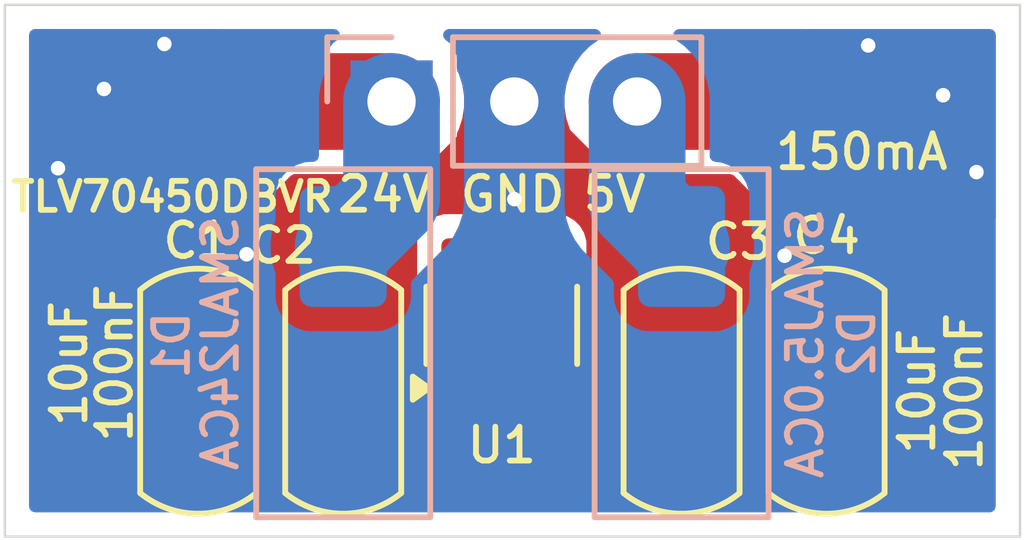
<source format=kicad_pcb>
(kicad_pcb (version 20241229) (generator "pcbnew") (generator_version "9.0")
  (layers (0 "F.Cu" signal) (2 "B.Cu" signal) (13 "F.Paste" user) (15 "B.Paste" user) (5 "F.SilkS" user "F.Silkscreen") (7 "B.SilkS" user "B.Silkscreen") (1 "F.Mask" user) (3 "B.Mask" user) (25 "Edge.Cuts" user))
  (net 0 "")
  (net 1 "GND")
  (net 2 "+24V")
  (net 3 "+5V")
  (footprint "Package_TO_SOT_SMD:SOT-23-5" (layer "F.Cu") (at 111.28 136.63 90)
    (property "Reference" "U1" (at -2.48 0 180) (layer "F.SilkS") (effects (font (size 0.7 0.7) (thickness 0.12))))
    (property "Value" "TLV70450DBVR" (at 2.66 -6.82 180) (layer "F.SilkS") (effects (font (size 0.6 0.6) (thickness 0.12))))
    (fp_line (start 0 -1.560001) (end 0.8 -1.56) (stroke (width 0.12)) (layer "F.SilkS"))
    (fp_line (start 0 -1.560001) (end -0.8 -1.56) (stroke (width 0.12)) (layer "F.SilkS"))
    (fp_line (start 0 1.560001) (end 0.8 1.56) (stroke (width 0.12)) (layer "F.SilkS"))
    (fp_line (start 0 1.560001) (end -0.8 1.56) (stroke (width 0.12)) (layer "F.SilkS"))
    (fp_poly (pts (xy -1.3 -1.51) (xy -1.54 -1.84) (xy -1.06 -1.84) (xy -1.3 -1.51)) (stroke (width 0.12)) (fill yes) (layer "F.SilkS"))
    (pad "1" smd roundrect (at -1.1375 -0.949999 90) (size 1.325 0.6) (layers "F.Cu" "F.Mask" "F.Paste") (net 1 "GND"))
    (pad "2" smd roundrect (at -1.1375 0 90) (size 1.325 0.6) (layers "F.Cu" "F.Mask" "F.Paste") (net 2 "+24V"))
    (pad "3" smd roundrect (at -1.1375 0.949999 90) (size 1.325 0.6) (layers "F.Cu" "F.Mask" "F.Paste") (net 3 "+5V"))
    (pad "4" smd roundrect (at 1.1375 0.949999 90) (size 1.325 0.6) (layers "F.Cu" "F.Mask" "F.Paste"))
    (pad "5" smd roundrect (at 1.1375 -0.949999 90) (size 1.325 0.6) (layers "F.Cu" "F.Mask" "F.Paste"))
  )
  (footprint "PCM_Capacitor_SMD_AKL:C_1206_3216Metric" (layer "F.Cu") (at 105 138 90)
    (property "Reference" "C1" (at 3.12 -0.03 180) (layer "F.SilkS") (effects (font (size 0.7 0.7) (thickness 0.12))))
    (property "Value" "10uF" (at 0.58 -2.67 90) (layer "F.SilkS") (effects (font (size 0.7 0.7) (thickness 0.12))))
    (fp_line (start 2.1 -1.2) (end -2.1 -1.2) (stroke (width 0.12)) (layer "F.SilkS"))
    (fp_line (start -2.1 1.2) (end 2.1 1.2) (stroke (width 0.12)) (layer "F.SilkS"))
    (fp_arc (start 2.1 -1.2) (mid 2.541963 0) (end 2.1 1.2) (stroke (width 0.12)) (layer "F.SilkS"))
    (fp_arc (start -2.1 1.2) (mid -2.526625 0) (end -2.1 -1.2) (stroke (width 0.12)) (layer "F.SilkS"))
    (pad "1" smd roundrect (at -1.475001 0 90) (size 1.15 1.8) (layers "F.Cu" "F.Mask" "F.Paste") (roundrect_rratio 0.217391) (net 2 "+24V"))
    (pad "2" smd roundrect (at 1.475001 0 90) (size 1.15 1.8) (layers "F.Cu" "F.Mask" "F.Paste") (roundrect_rratio 0.217391) (net 1 "GND"))
  )
  (footprint "PCM_Capacitor_SMD_AKL:C_1206_3216Metric" (layer "F.Cu") (at 108 138 90)
    (property "Reference" "C2" (at 3.02 -1.25 180) (layer "F.SilkS") (effects (font (size 0.7 0.7) (thickness 0.12))))
    (property "Value" "100nF" (at 0.59 -4.73 90) (layer "F.SilkS") (effects (font (size 0.7 0.7) (thickness 0.12))))
    (fp_line (start 2.1 -1.2) (end -2.1 -1.2) (stroke (width 0.12)) (layer "F.SilkS"))
    (fp_line (start -2.1 1.2) (end 2.1 1.2) (stroke (width 0.12)) (layer "F.SilkS"))
    (fp_arc (start 2.1 -1.2) (mid 2.541963 0) (end 2.1 1.2) (stroke (width 0.12)) (layer "F.SilkS"))
    (fp_arc (start -2.1 1.2) (mid -2.526625 0) (end -2.1 -1.2) (stroke (width 0.12)) (layer "F.SilkS"))
    (pad "1" smd roundrect (at -1.475001 0 90) (size 1.15 1.8) (layers "F.Cu" "F.Mask" "F.Paste") (roundrect_rratio 0.217391) (net 2 "+24V"))
    (pad "2" smd roundrect (at 1.475001 0 90) (size 1.15 1.8) (layers "F.Cu" "F.Mask" "F.Paste") (roundrect_rratio 0.217391) (net 1 "GND"))
  )
  (footprint "PCM_Capacitor_SMD_AKL:C_1206_3216Metric" (layer "F.Cu") (at 115 138 90)
    (property "Reference" "C3" (at 3.1 1.19 180) (layer "F.SilkS") (effects (font (size 0.7 0.7) (thickness 0.12))))
    (property "Value" "10uF" (at 0.007669 4.87 90) (layer "F.SilkS") (effects (font (size 0.7 0.7) (thickness 0.12))))
    (fp_line (start 2.1 -1.2) (end -2.1 -1.2) (stroke (width 0.12)) (layer "F.SilkS"))
    (fp_line (start -2.1 1.2) (end 2.1 1.2) (stroke (width 0.12)) (layer "F.SilkS"))
    (fp_arc (start 2.1 -1.2) (mid 2.541963 0) (end 2.1 1.2) (stroke (width 0.12)) (layer "F.SilkS"))
    (fp_arc (start -2.1 1.2) (mid -2.526625 0) (end -2.1 -1.2) (stroke (width 0.12)) (layer "F.SilkS"))
    (pad "1" smd roundrect (at -1.475001 0 90) (size 1.15 1.8) (layers "F.Cu" "F.Mask" "F.Paste") (roundrect_rratio 0.217391) (net 3 "+5V"))
    (pad "2" smd roundrect (at 1.475001 0 90) (size 1.15 1.8) (layers "F.Cu" "F.Mask" "F.Paste") (roundrect_rratio 0.217391) (net 1 "GND"))
  )
  (footprint "PCM_Capacitor_SMD_AKL:C_1206_3216Metric" (layer "F.Cu") (at 118 138 90)
    (property "Reference" "C4" (at 3.22 0 180) (layer "F.SilkS") (effects (font (size 0.7 0.7) (thickness 0.12))))
    (property "Value" "100nF" (at 0 2.85 90) (layer "F.SilkS") (effects (font (size 0.7 0.7) (thickness 0.12))))
    (fp_line (start 2.1 -1.2) (end -2.1 -1.2) (stroke (width 0.12)) (layer "F.SilkS"))
    (fp_line (start -2.1 1.2) (end 2.1 1.2) (stroke (width 0.12)) (layer "F.SilkS"))
    (fp_arc (start 2.1 -1.2) (mid 2.541963 0) (end 2.1 1.2) (stroke (width 0.12)) (layer "F.SilkS"))
    (fp_arc (start -2.1 1.2) (mid -2.526625 0) (end -2.1 -1.2) (stroke (width 0.12)) (layer "F.SilkS"))
    (pad "1" smd roundrect (at -1.475001 0 90) (size 1.15 1.8) (layers "F.Cu" "F.Mask" "F.Paste") (roundrect_rratio 0.217391) (net 3 "+5V"))
    (pad "2" smd roundrect (at 1.475001 0 90) (size 1.15 1.8) (layers "F.Cu" "F.Mask" "F.Paste") (roundrect_rratio 0.217391) (net 1 "GND"))
  )
  (footprint "PCM_Diode_SMD_AKL:D_SMA_TVS" (layer "B.Cu") (at 115 137 90)
    (property "Reference" "D2" (at 0 3.63 90) (layer "B.SilkS") (effects (font (size 0.7 0.7) (thickness 0.12)) (justify mirror)))
    (property "Value" "SMAJ5.0CA" (at 0 2.56 90) (layer "B.SilkS") (effects (font (size 0.7 0.7) (thickness 0.12)) (justify mirror)))
    (fp_line (start 3.6 -1.8) (end 3.6 1.8) (stroke (width 0.12)) (layer "B.SilkS"))
    (fp_line (start -3.6 -1.8) (end 3.6 -1.8) (stroke (width 0.12)) (layer "B.SilkS"))
    (fp_line (start 3.6 1.8) (end -3.6 1.8) (stroke (width 0.12)) (layer "B.SilkS"))
    (fp_line (start -3.6 1.8) (end -3.6 -1.8) (stroke (width 0.12)) (layer "B.SilkS"))
    (pad "1" smd roundrect (at -2 0 90) (size 2.5 1.8) (layers "B.Cu" "B.Mask" "B.Paste") (roundrect_rratio 0.1388888889) (net 1 "GND"))
    (pad "2" smd roundrect (at 2 0 90) (size 2.5 1.8) (layers "B.Cu" "B.Mask" "B.Paste") (roundrect_rratio 0.1388888889) (net 3 "+5V"))
  )
  (footprint "Connector_PinHeader_2.54mm:PinHeader_1x03_P2.54mm_Vertical" (layer "B.Cu") (at 109 132 -90)
    (property "Reference" "J1" (hide yes))
    (property "Value" "Conn_01x03" (hide yes))
    (fp_line (start -1.33 1.33) (end 0 1.33) (stroke (width 0.12)) (layer "B.SilkS"))
    (fp_line (start -1.33 0) (end -1.33 1.33) (stroke (width 0.12)) (layer "B.SilkS"))
    (fp_line (start -1.33 -1.27) (end 1.33 -1.27) (stroke (width 0.12)) (layer "B.SilkS"))
    (fp_line (start -1.33 -1.27) (end -1.33 -6.41) (stroke (width 0.12)) (layer "B.SilkS"))
    (fp_line (start 1.33 -1.27) (end 1.33 -6.41) (stroke (width 0.12)) (layer "B.SilkS"))
    (fp_line (start -1.33 -6.41) (end 1.33 -6.41) (stroke (width 0.12)) (layer "B.SilkS"))
    (pad "1" thru_hole rect (at 0 0 270) (size 1.7 1.7) (drill 1) (layers "*.Cu" "*.Mask") (net 2 "+24V"))
    (pad "2" thru_hole oval (at 0 -2.54 270) (size 1.7 1.7) (drill 1) (layers "*.Cu" "*.Mask") (net 1 "GND"))
    (pad "3" thru_hole oval (at 0 -5.08 270) (size 1.7 1.7) (drill 1) (layers "*.Cu" "*.Mask") (net 3 "+5V"))
  )
  (footprint "PCM_Diode_SMD_AKL:D_SMA_TVS" (layer "B.Cu") (at 108 137 90)
    (property "Reference" "D1" (at -0.04 -3.55 90) (layer "B.SilkS") (effects (font (size 0.7 0.7) (thickness 0.12)) (justify mirror)))
    (property "Value" "SMAJ24CA" (at 0 -2.54 90) (layer "B.SilkS") (effects (font (size 0.7 0.7) (thickness 0.12)) (justify mirror)))
    (fp_line (start 3.6 -1.8) (end 3.6 1.8) (stroke (width 0.12)) (layer "B.SilkS"))
    (fp_line (start -3.6 -1.8) (end 3.6 -1.8) (stroke (width 0.12)) (layer "B.SilkS"))
    (fp_line (start 3.6 1.8) (end -3.6 1.8) (stroke (width 0.12)) (layer "B.SilkS"))
    (fp_line (start -3.6 1.8) (end -3.6 -1.8) (stroke (width 0.12)) (layer "B.SilkS"))
    (pad "1" smd roundrect (at -2 0 90) (size 2.5 1.8) (layers "B.Cu" "B.Mask" "B.Paste") (roundrect_rratio 0.1388888889) (net 1 "GND"))
    (pad "2" smd roundrect (at 2 0 90) (size 2.5 1.8) (layers "B.Cu" "B.Mask" "B.Paste") (roundrect_rratio 0.1388888889) (net 2 "+24V"))
  )
  (gr_rect (start 101 130) (end 122 141) (stroke (width 0.05)) (fill no) (layer "Edge.Cuts"))
  (gr_text "5V" (at 112.9 134.33 0) (layer "F.SilkS") (effects (font (size 0.7 0.7) (thickness 0.12) (bold yes)) (justify left bottom)))
  (gr_text "GND\n" (at 110.36 134.33 0) (layer "F.SilkS") (effects (font (size 0.7 0.7) (thickness 0.12) (bold yes)) (justify left bottom)))
  (gr_text "24V" (at 107.82 134.33 0) (layer "F.SilkS") (effects (font (size 0.7 0.7) (thickness 0.12) (bold yes)) (justify left bottom)))
  (gr_text "150mA" (at 116.88 133.45 0) (layer "F.SilkS") (effects (font (size 0.7 0.7) (thickness 0.12) (bold yes)) (justify left bottom)))
  (segment (start 115 135.46) (end 115 136.524999) (width 0.8) (layer "F.Cu") (net 1))
  (segment (start 111.54 132) (end 111.54 132.101) (width 0.8) (layer "F.Cu") (net 1))
  (segment (start 108.374999 136.524999) (end 109.42 137.57) (width 2) (layer "F.Cu") (net 1))
  (segment (start 117.988999 136.536) (end 118 136.524999) (width 0.5) (layer "F.Cu") (net 1))
  (segment (start 108 135.641) (end 108 136.524999) (width 0.8) (layer "F.Cu") (net 1))
  (segment (start 115 136.524999) (end 118 136.524999) (width 2) (layer "F.Cu") (net 1))
  (segment (start 108 136.524999) (end 108.374999 136.524999) (width 2) (layer "F.Cu") (net 1))
  (segment (start 105 136.524999) (end 105.011001 136.536) (width 0.5) (layer "F.Cu") (net 1))
  (segment (start 111.54 132.101) (end 108 135.641) (width 0.8) (layer "F.Cu") (net 1))
  (segment (start 105 136.524999) (end 108 136.524999) (width 2) (layer "F.Cu") (net 1))
  (segment (start 111.54 132) (end 115 135.46) (width 0.8) (layer "F.Cu") (net 1))
  (via (at 120.41 131.87) (size 0.5) (drill 0.3) (layers "F.Cu" "B.Cu") (net 1))
  (via (at 104.3 130.81) (size 0.5) (drill 0.3) (layers "F.Cu" "B.Cu") (net 1))
  (via (at 121.1 133.46) (size 0.5) (drill 0.3) (layers "F.Cu" "B.Cu") (net 1))
  (via (at 106 135.16) (size 0.5) (drill 0.3) (layers "F.Cu" "B.Cu") (net 1))
  (via (at 102.1 133.38) (size 0.5) (drill 0.3) (layers "F.Cu" "B.Cu") (net 1))
  (via (at 111.54 134.02) (size 0.5) (drill 0.3) (layers "F.Cu" "B.Cu") (net 1))
  (via (at 118.86 130.84) (size 0.5) (drill 0.3) (layers "F.Cu" "B.Cu") (net 1))
  (via (at 103.05 131.74) (size 0.5) (drill 0.3) (layers "F.Cu" "B.Cu") (net 1))
  (via (at 117.13 135.19) (size 0.5) (drill 0.3) (layers "F.Cu" "B.Cu") (net 1))
  (segment (start 108 139) (end 111.55 139) (width 2) (layer "B.Cu") (net 1))
  (segment (start 111.54 132) (end 111.54 134.02) (width 2) (layer "B.Cu") (net 1))
  (segment (start 111.54 138.99) (end 111.55 139) (width 2) (layer "B.Cu") (net 1))
  (segment (start 111.55 139) (end 115 139) (width 2) (layer "B.Cu") (net 1))
  (segment (start 111.54 134.02) (end 111.54 138.99) (width 2) (layer "B.Cu") (net 1))
  (segment (start 110.234998 139.475001) (end 111.28 138.429999) (width 0.5) (layer "F.Cu") (net 2))
  (segment (start 108 139.475001) (end 105 139.475001) (width 2) (layer "F.Cu") (net 2))
  (segment (start 104.752465 139.475001) (end 105 139.475001) (width 2) (layer "F.Cu") (net 2))
  (segment (start 105 139.475001) (end 110.234998 139.475001) (width 0.5) (layer "F.Cu") (net 2))
  (segment (start 109 132) (end 106.327462 132) (width 2) (layer "F.Cu") (net 2))
  (segment (start 111.28 138.429999) (end 111.28 137.7675) (width 0.5) (layer "F.Cu") (net 2))
  (segment (start 102.739 137.461536) (end 104.752465 139.475001) (width 2) (layer "F.Cu") (net 2))
  (segment (start 102.739 135.588462) (end 102.739 137.461536) (width 2) (layer "F.Cu") (net 2))
  (segment (start 106.327462 132) (end 102.739 135.588462) (width 2) (layer "F.Cu") (net 2))
  (segment (start 109 134) (end 108 135) (width 2) (layer "B.Cu") (net 2))
  (segment (start 109 132) (end 109 134) (width 2) (layer "B.Cu") (net 2))
  (segment (start 116.672538 132) (end 120.261 135.588462) (width 2) (layer "F.Cu") (net 3))
  (segment (start 120.261 138.114001) (end 118.9 139.475001) (width 2) (layer "F.Cu") (net 3))
  (segment (start 118 139.475001) (end 113.9375 139.475001) (width 0.5) (layer "F.Cu") (net 3))
  (segment (start 120.261 135.588462) (end 120.261 138.114001) (width 2) (layer "F.Cu") (net 3))
  (segment (start 115 139.475001) (end 118 139.475001) (width 2) (layer "F.Cu") (net 3))
  (segment (start 118.9 139.475001) (end 118 139.475001) (width 2) (layer "F.Cu") (net 3))
  (segment (start 114.08 132) (end 116.672538 132) (width 2) (layer "F.Cu") (net 3))
  (segment (start 113.9375 139.475001) (end 112.229999 137.7675) (width 0.5) (layer "F.Cu") (net 3))
  (segment (start 114.08 134.08) (end 115 135) (width 2) (layer "B.Cu") (net 3))
  (segment (start 114.08 132) (end 114.08 134.08) (width 2) (layer "B.Cu") (net 3))
  (zone (net 1) (net_name "GND") (layers "F.Cu" "B.Cu") (name "GND") (priority 3) (connect_pads yes (clearance 0.5)) (min_thickness 0.25) (fill yes (thermal_gap 0.5) (thermal_bridge_width 0.5))
    (polygon (pts (xy 101 130) (xy 101 141) (xy 122 141) (xy 122 130)))
  )
)
</source>
